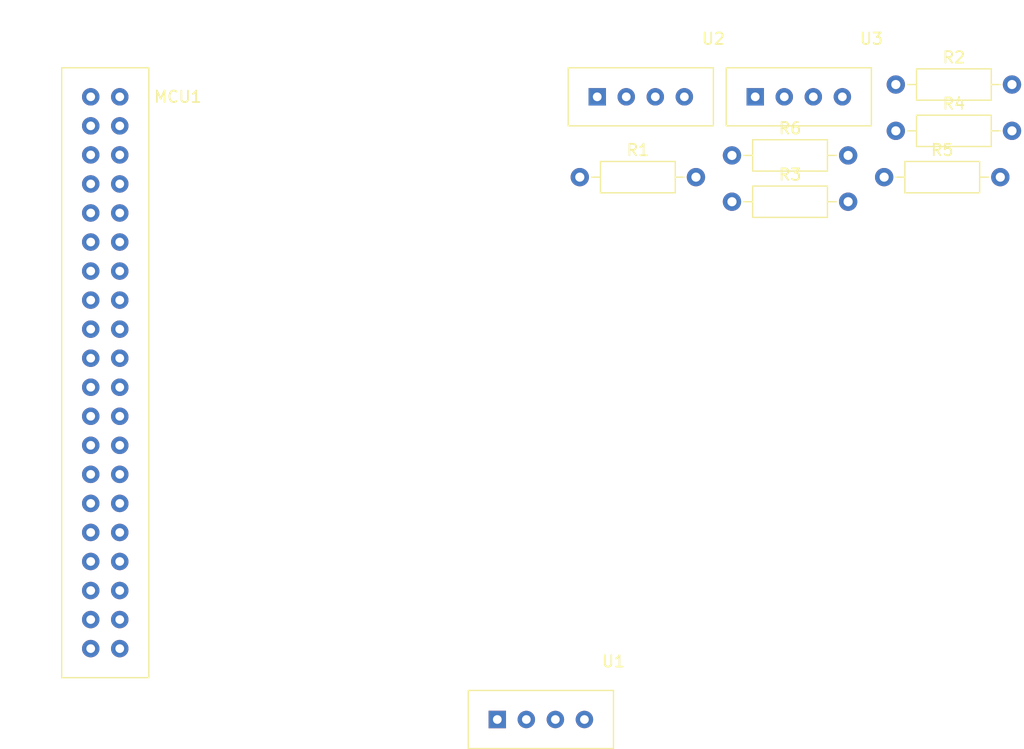
<source format=kicad_pcb>
(kicad_pcb (version 20211014) (generator pcbnew)
  (title_block (title "iDLSchema_Footprint") (date "2023-10-29") (rev "0.2"))
  (layers (0 "F.Cu" signal) (31 "B.Cu" signal) (34 "B.Paste" user) (35 "F.Paste" user) (36 "B.SilkS" user "B.Silkscreen") (37 "F.SilkS" user "F.Silkscreen") (38 "B.Mask" user) (39 "F.Mask" user) (44 "Edge.Cuts" user))
  (net 0 "")
  (net 3 "Net-(MCU1-Pad7)")
  (net 6 "Net-(MCU1-Pad11)")
  (net 8 "Net-(MCU1-Pad13)")
  (net 9 "Net-(MCU1-Pad15)")
  (net 20 "Net-(MCU1-Pad29)")
  (net 21 "Net-(MCU1-Pad31)")
  (net 29 "Net-(R1-Pad1)")
  (net 30 "GND")
  (net 31 "Net-(R3-Pad2)")
  (net 32 "Net-(R5-Pad1)")
  (net 33 "micro-USB")
  (footprint "Resistor_THT:R_Axial_DIN0207_L6.3mm_D2.5mm_P10.16mm_Horizontal" (layer "F.Cu") (at 99.625 29.645)
    (fp_text reference "R4" (at 5.08 -2.37) (layer "F.SilkS"))
    (fp_text value "470Ω")
    (fp_line (start 8.35 -1.37) (end 1.81 -1.37) (layer "F.SilkS") (width 0.12))
    (fp_line (start 8.35 1.37) (end 8.35 -1.37) (layer "F.SilkS") (width 0.12))
    (fp_line (start 1.81 1.37) (end 8.35 1.37) (layer "F.SilkS") (width 0.12))
    (fp_line (start 1.81 -1.37) (end 1.81 1.37) (layer "F.SilkS") (width 0.12))
    (fp_line (start 9.12 0) (end 8.35 0) (layer "F.SilkS") (width 0.12))
    (fp_line (start 1.04 0) (end 1.81 0) (layer "F.SilkS") (width 0.12))
    (pad "1" thru_hole circle (at 0 0) (size 1.6 1.6) (drill 0.8) (layers *.Cu *.Mask) (net 30 "GND"))
    (pad "2" thru_hole oval (at 10.16 0) (size 1.6 1.6) (drill 0.8) (layers *.Cu *.Mask) (net 8 "Net-(MCU1-Pad13)"))
  )
  (footprint "Resistor_THT:R_Axial_DIN0207_L6.3mm_D2.5mm_P10.16mm_Horizontal" (layer "F.Cu") (at 71.985 33.695)
    (fp_text reference "R1" (at 5.08 -2.37) (layer "F.SilkS"))
    (fp_text value "330Ω")
    (fp_line (start 9.12 0) (end 8.35 0) (layer "F.SilkS") (width 0.12))
    (fp_line (start 8.35 1.37) (end 8.35 -1.37) (layer "F.SilkS") (width 0.12))
    (fp_line (start 1.81 -1.37) (end 1.81 1.37) (layer "F.SilkS") (width 0.12))
    (fp_line (start 8.35 -1.37) (end 1.81 -1.37) (layer "F.SilkS") (width 0.12))
    (fp_line (start 1.04 0) (end 1.81 0) (layer "F.SilkS") (width 0.12))
    (fp_line (start 1.81 1.37) (end 8.35 1.37) (layer "F.SilkS") (width 0.12))
    (pad "1" thru_hole circle (at 0 0) (size 1.6 1.6) (drill 0.8) (layers *.Cu *.Mask) (net 29 "Net-(R1-Pad1)"))
    (pad "2" thru_hole oval (at 10.16 0) (size 1.6 1.6) (drill 0.8) (layers *.Cu *.Mask) (net 3 "Net-(MCU1-Pad7)"))
  )
  (footprint "Resistor_THT:R_Axial_DIN0207_L6.3mm_D2.5mm_P10.16mm_Horizontal" (layer "F.Cu") (at 85.295 35.845)
    (fp_text reference "R3" (at 5.08 -2.37) (layer "F.SilkS"))
    (fp_text value "330Ω")
    (fp_line (start 1.81 1.37) (end 8.35 1.37) (layer "F.SilkS") (width 0.12))
    (fp_line (start 1.81 -1.37) (end 1.81 1.37) (layer "F.SilkS") (width 0.12))
    (fp_line (start 1.04 0) (end 1.81 0) (layer "F.SilkS") (width 0.12))
    (fp_line (start 8.35 1.37) (end 8.35 -1.37) (layer "F.SilkS") (width 0.12))
    (fp_line (start 9.12 0) (end 8.35 0) (layer "F.SilkS") (width 0.12))
    (fp_line (start 8.35 -1.37) (end 1.81 -1.37) (layer "F.SilkS") (width 0.12))
    (pad "1" thru_hole circle (at 0 0) (size 1.6 1.6) (drill 0.8) (layers *.Cu *.Mask) (net 8 "Net-(MCU1-Pad13)"))
    (pad "2" thru_hole oval (at 10.16 0) (size 1.6 1.6) (drill 0.8) (layers *.Cu *.Mask) (net 31 "Net-(R3-Pad2)"))
  )
  (footprint "0_iDLFoot:HC-SR04" (layer "F.Cu") (at 87.33 26.67)
    (fp_text reference "U3" (at 10.16 -5.08 unlocked) (layer "F.SilkS"))
    (fp_text value "HC-SR04")
    (fp_rect (start 10.16 -2.54) (end -2.54 2.54) (layer "F.SilkS") (width 0.12) (fill none))
    (pad "1" thru_hole rect (at 0 0) (size 1.524 1.524) (drill 0.762) (layers *.Cu *.Mask) (net 33 "micro-USB"))
    (pad "2" thru_hole circle (at 2.54 0) (size 1.524 1.524) (drill 0.762) (layers *.Cu *.Mask) (net 21 "Net-(MCU1-Pad31)"))
    (pad "3" thru_hole circle (at 5.08 0) (size 1.524 1.524) (drill 0.762) (layers *.Cu *.Mask) (net 32 "Net-(R5-Pad1)"))
    (pad "4" thru_hole circle (at 7.62 0) (size 1.524 1.524) (drill 0.762) (layers *.Cu *.Mask) (net 30 "GND"))
  )
  (footprint "Resistor_THT:R_Axial_DIN0207_L6.3mm_D2.5mm_P10.16mm_Horizontal" (layer "F.Cu") (at 99.625 25.595)
    (fp_text reference "R2" (at 5.08 -2.37) (layer "F.SilkS"))
    (fp_text value "470Ω")
    (fp_line (start 8.35 -1.37) (end 1.81 -1.37) (layer "F.SilkS") (width 0.12))
    (fp_line (start 1.04 0) (end 1.81 0) (layer "F.SilkS") (width 0.12))
    (fp_line (start 8.35 1.37) (end 8.35 -1.37) (layer "F.SilkS") (width 0.12))
    (fp_line (start 1.81 -1.37) (end 1.81 1.37) (layer "F.SilkS") (width 0.12))
    (fp_line (start 9.12 0) (end 8.35 0) (layer "F.SilkS") (width 0.12))
    (fp_line (start 1.81 1.37) (end 8.35 1.37) (layer "F.SilkS") (width 0.12))
    (pad "1" thru_hole circle (at 0 0) (size 1.6 1.6) (drill 0.8) (layers *.Cu *.Mask) (net 3 "Net-(MCU1-Pad7)"))
    (pad "2" thru_hole oval (at 10.16 0) (size 1.6 1.6) (drill 0.8) (layers *.Cu *.Mask) (net 30 "GND"))
  )
  (footprint "Resistor_THT:R_Axial_DIN0207_L6.3mm_D2.5mm_P10.16mm_Horizontal" (layer "F.Cu") (at 98.605 33.695)
    (fp_text reference "R5" (at 5.08 -2.37) (layer "F.SilkS"))
    (fp_text value "330Ω")
    (fp_line (start 1.81 -1.37) (end 1.81 1.37) (layer "F.SilkS") (width 0.12))
    (fp_line (start 8.35 -1.37) (end 1.81 -1.37) (layer "F.SilkS") (width 0.12))
    (fp_line (start 8.35 1.37) (end 8.35 -1.37) (layer "F.SilkS") (width 0.12))
    (fp_line (start 9.12 0) (end 8.35 0) (layer "F.SilkS") (width 0.12))
    (fp_line (start 1.04 0) (end 1.81 0) (layer "F.SilkS") (width 0.12))
    (fp_line (start 1.81 1.37) (end 8.35 1.37) (layer "F.SilkS") (width 0.12))
    (pad "1" thru_hole circle (at 0 0) (size 1.6 1.6) (drill 0.8) (layers *.Cu *.Mask) (net 32 "Net-(R5-Pad1)"))
    (pad "2" thru_hole oval (at 10.16 0) (size 1.6 1.6) (drill 0.8) (layers *.Cu *.Mask) (net 20 "Net-(MCU1-Pad29)"))
  )
  (footprint "0_iDLFoot:HC-SR04" (layer "F.Cu") (at 64.77 81.13)
    (fp_text reference "U1" (at 10.16 -5.08 unlocked) (layer "F.SilkS"))
    (fp_text value "HC-SR04")
    (fp_rect (start 10.16 -2.54) (end -2.54 2.54) (layer "F.SilkS") (width 0.12) (fill none))
    (pad "1" thru_hole rect (at 0 0) (size 1.524 1.524) (drill 0.762) (layers *.Cu *.Mask) (net 33 "micro-USB"))
    (pad "2" thru_hole circle (at 2.54 0) (size 1.524 1.524) (drill 0.762) (layers *.Cu *.Mask) (net 6 "Net-(MCU1-Pad11)"))
    (pad "3" thru_hole circle (at 5.08 0) (size 1.524 1.524) (drill 0.762) (layers *.Cu *.Mask) (net 29 "Net-(R1-Pad1)"))
    (pad "4" thru_hole circle (at 7.62 0) (size 1.524 1.524) (drill 0.762) (layers *.Cu *.Mask) (net 30 "GND"))
  )
  (footprint "0_iDLFoot:HC-SR04" (layer "F.Cu") (at 73.51 26.67)
    (fp_text reference "U2" (at 10.16 -5.08 unlocked) (layer "F.SilkS"))
    (fp_text value "HC-SR04")
    (fp_rect (start 10.16 -2.54) (end -2.54 2.54) (layer "F.SilkS") (width 0.12) (fill none))
    (pad "1" thru_hole rect (at 0 0) (size 1.524 1.524) (drill 0.762) (layers *.Cu *.Mask) (net 33 "micro-USB"))
    (pad "2" thru_hole circle (at 2.54 0) (size 1.524 1.524) (drill 0.762) (layers *.Cu *.Mask) (net 9 "Net-(MCU1-Pad15)"))
    (pad "3" thru_hole circle (at 5.08 0) (size 1.524 1.524) (drill 0.762) (layers *.Cu *.Mask) (net 31 "Net-(R3-Pad2)"))
    (pad "4" thru_hole circle (at 7.62 0) (size 1.524 1.524) (drill 0.762) (layers *.Cu *.Mask) (net 30 "GND"))
  )
  (footprint "Resistor_THT:R_Axial_DIN0207_L6.3mm_D2.5mm_P10.16mm_Horizontal" (layer "F.Cu") (at 85.295 31.795)
    (fp_text reference "R6" (at 5.08 -2.37) (layer "F.SilkS"))
    (fp_text value "470Ω")
    (fp_line (start 8.35 -1.37) (end 1.81 -1.37) (layer "F.SilkS") (width 0.12))
    (fp_line (start 9.12 0) (end 8.35 0) (layer "F.SilkS") (width 0.12))
    (fp_line (start 1.81 1.37) (end 8.35 1.37) (layer "F.SilkS") (width 0.12))
    (fp_line (start 1.04 0) (end 1.81 0) (layer "F.SilkS") (width 0.12))
    (fp_line (start 1.81 -1.37) (end 1.81 1.37) (layer "F.SilkS") (width 0.12))
    (fp_line (start 8.35 1.37) (end 8.35 -1.37) (layer "F.SilkS") (width 0.12))
    (pad "1" thru_hole circle (at 0 0) (size 1.6 1.6) (drill 0.8) (layers *.Cu *.Mask) (net 20 "Net-(MCU1-Pad29)"))
    (pad "2" thru_hole oval (at 10.16 0) (size 1.6 1.6) (drill 0.8) (layers *.Cu *.Mask) (net 30 "GND"))
  )
  (footprint "0_iDLFoot:Raspberry Pi Zero" (layer "F.Cu") (at 29.21 74.93)
    (fp_text reference "MCU1" (at 7.62 -48.26 unlocked) (layer "F.SilkS"))
    (fp_text value "Raspberry_Pi_Zero_W")
    (fp_line (start -2.54 -50.8) (end -2.54 2.54) (layer "F.SilkS") (width 0.12))
    (fp_line (start -2.54 2.54) (end 5.08 2.54) (layer "F.SilkS") (width 0.12))
    (fp_line (start 5.08 -50.8) (end -2.54 -50.8) (layer "F.SilkS") (width 0.12))
    (fp_line (start 5.08 2.54) (end 5.08 -50.8) (layer "F.SilkS") (width 0.12))
    (pad "1" thru_hole circle (at 0 0) (size 1.524 1.524) (drill 0.762) (layers *.Cu *.Mask))
    (pad "2" thru_hole circle (at 2.54 0) (size 1.524 1.524) (drill 0.762) (layers *.Cu *.Mask))
    (pad "3" thru_hole circle (at 0 -2.54) (size 1.524 1.524) (drill 0.762) (layers *.Cu *.Mask))
    (pad "4" thru_hole circle (at 2.54 -2.54) (size 1.524 1.524) (drill 0.762) (layers *.Cu *.Mask))
    (pad "5" thru_hole circle (at 0 -5.08) (size 1.524 1.524) (drill 0.762) (layers *.Cu *.Mask))
    (pad "6" thru_hole circle (at 2.54 -5.08) (size 1.524 1.524) (drill 0.762) (layers *.Cu *.Mask))
    (pad "7" thru_hole circle (at 0 -7.62) (size 1.524 1.524) (drill 0.762) (layers *.Cu *.Mask) (net 3 "Net-(MCU1-Pad7)"))
    (pad "8" thru_hole circle (at 2.54 -7.62) (size 1.524 1.524) (drill 0.762) (layers *.Cu *.Mask))
    (pad "9" thru_hole circle (at 0 -10.16) (size 1.524 1.524) (drill 0.762) (layers *.Cu *.Mask))
    (pad "10" thru_hole circle (at 2.54 -10.16) (size 1.524 1.524) (drill 0.762) (layers *.Cu *.Mask))
    (pad "11" thru_hole circle (at 0 -12.7) (size 1.524 1.524) (drill 0.762) (layers *.Cu *.Mask) (net 6 "Net-(MCU1-Pad11)"))
    (pad "12" thru_hole circle (at 2.54 -12.7) (size 1.524 1.524) (drill 0.762) (layers *.Cu *.Mask))
    (pad "13" thru_hole circle (at 0 -15.24) (size 1.524 1.524) (drill 0.762) (layers *.Cu *.Mask) (net 8 "Net-(MCU1-Pad13)"))
    (pad "14" thru_hole circle (at 2.54 -15.24) (size 1.524 1.524) (drill 0.762) (layers *.Cu *.Mask))
    (pad "15" thru_hole circle (at 0 -17.78) (size 1.524 1.524) (drill 0.762) (layers *.Cu *.Mask) (net 9 "Net-(MCU1-Pad15)"))
    (pad "16" thru_hole circle (at 2.54 -17.78) (size 1.524 1.524) (drill 0.762) (layers *.Cu *.Mask))
    (pad "17" thru_hole circle (at 0 -20.32) (size 1.524 1.524) (drill 0.762) (layers *.Cu *.Mask))
    (pad "18" thru_hole circle (at 2.54 -20.32) (size 1.524 1.524) (drill 0.762) (layers *.Cu *.Mask))
    (pad "19" thru_hole circle (at 0 -22.86) (size 1.524 1.524) (drill 0.762) (layers *.Cu *.Mask))
    (pad "20" thru_hole circle (at 2.54 -22.86) (size 1.524 1.524) (drill 0.762) (layers *.Cu *.Mask))
    (pad "21" thru_hole circle (at 0 -25.4) (size 1.524 1.524) (drill 0.762) (layers *.Cu *.Mask))
    (pad "22" thru_hole circle (at 2.54 -25.4) (size 1.524 1.524) (drill 0.762) (layers *.Cu *.Mask))
    (pad "23" thru_hole circle (at 0 -27.94) (size 1.524 1.524) (drill 0.762) (layers *.Cu *.Mask))
    (pad "24" thru_hole circle (at 2.54 -27.94) (size 1.524 1.524) (drill 0.762) (layers *.Cu *.Mask))
    (pad "25" thru_hole circle (at 0 -30.48) (size 1.524 1.524) (drill 0.762) (layers *.Cu *.Mask))
    (pad "26" thru_hole circle (at 2.54 -30.48) (size 1.524 1.524) (drill 0.762) (layers *.Cu *.Mask))
    (pad "27" thru_hole circle (at 0 -33.02) (size 1.524 1.524) (drill 0.762) (layers *.Cu *.Mask))
    (pad "28" thru_hole circle (at 2.54 -33.02) (size 1.524 1.524) (drill 0.762) (layers *.Cu *.Mask))
    (pad "29" thru_hole circle (at 0 -35.56) (size 1.524 1.524) (drill 0.762) (layers *.Cu *.Mask) (net 20 "Net-(MCU1-Pad29)"))
    (pad "30" thru_hole circle (at 2.54 -35.56) (size 1.524 1.524) (drill 0.762) (layers *.Cu *.Mask))
    (pad "31" thru_hole circle (at 0 -38.1) (size 1.524 1.524) (drill 0.762) (layers *.Cu *.Mask) (net 21 "Net-(MCU1-Pad31)"))
    (pad "32" thru_hole circle (at 2.54 -38.1) (size 1.524 1.524) (drill 0.762) (layers *.Cu *.Mask))
    (pad "33" thru_hole circle (at 0 -40.64) (size 1.524 1.524) (drill 0.762) (layers *.Cu *.Mask))
    (pad "34" thru_hole circle (at 2.54 -40.64) (size 1.524 1.524) (drill 0.762) (layers *.Cu *.Mask))
    (pad "35" thru_hole circle (at 0 -43.18) (size 1.524 1.524) (drill 0.762) (layers *.Cu *.Mask))
    (pad "36" thru_hole circle (at 2.54 -43.18) (size 1.524 1.524) (drill 0.762) (layers *.Cu *.Mask))
    (pad "37" thru_hole circle (at 0 -45.72) (size 1.524 1.524) (drill 0.762) (layers *.Cu *.Mask))
    (pad "38" thru_hole circle (at 2.54 -45.72) (size 1.524 1.524) (drill 0.762) (layers *.Cu *.Mask))
    (pad "39" thru_hole circle (at 0 -48.26) (size 1.524 1.524) (drill 0.762) (layers *.Cu *.Mask))
    (pad "40" thru_hole circle (at 2.54 -48.26) (size 1.524 1.524) (drill 0.762) (layers *.Cu *.Mask))
  )
)
</source>
